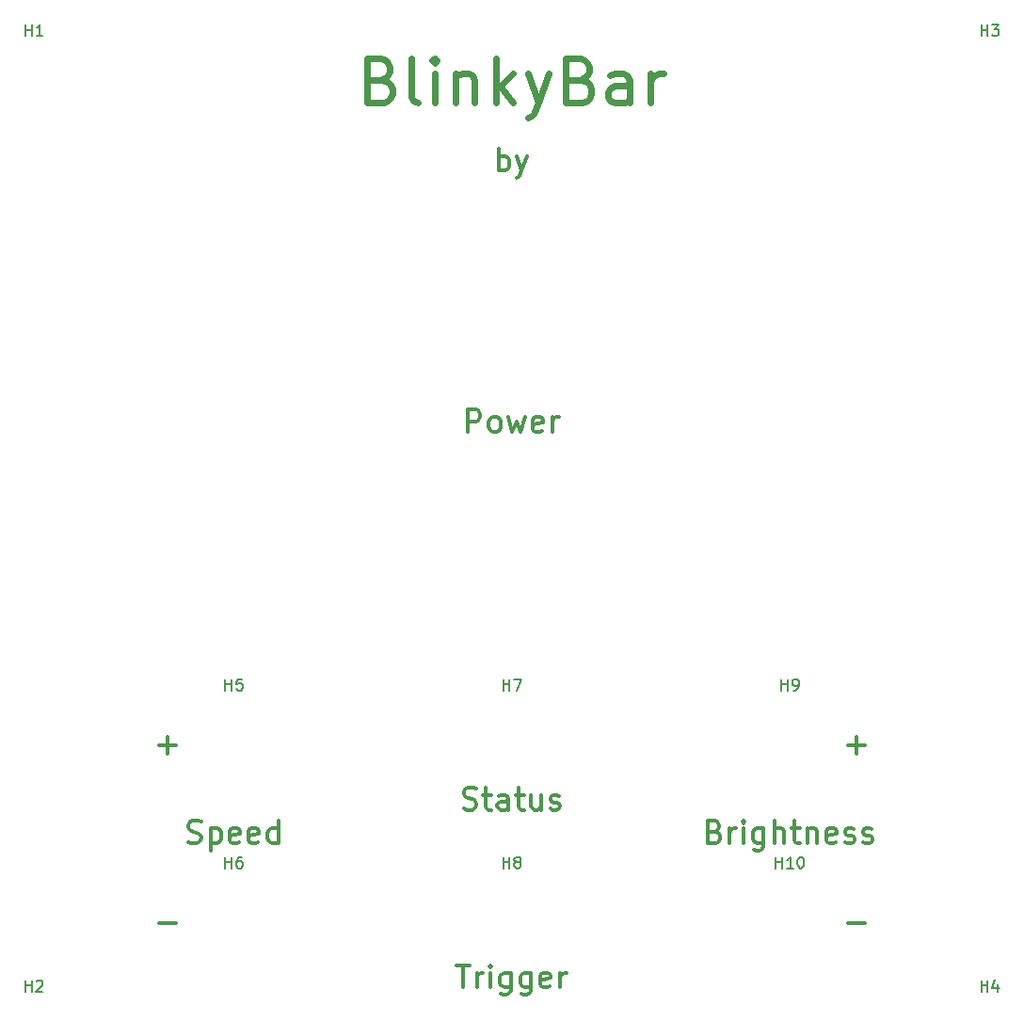
<source format=gto>
%TF.GenerationSoftware,KiCad,Pcbnew,5.1.10*%
%TF.CreationDate,2021-11-20T16:20:21+01:00*%
%TF.ProjectId,main_pcb_front,6d61696e-5f70-4636-925f-66726f6e742e,rev?*%
%TF.SameCoordinates,PX8d24d00PY5d75c80*%
%TF.FileFunction,Legend,Top*%
%TF.FilePolarity,Positive*%
%FSLAX46Y46*%
G04 Gerber Fmt 4.6, Leading zero omitted, Abs format (unit mm)*
G04 Created by KiCad (PCBNEW 5.1.10) date 2021-11-20 16:20:21*
%MOMM*%
%LPD*%
G01*
G04 APERTURE LIST*
%ADD10C,0.300000*%
%ADD11C,0.600000*%
%ADD12C,0.150000*%
G04 APERTURE END LIST*
D10*
X-3952381Y11095239D02*
X-3952381Y13095239D01*
X-3190477Y13095239D01*
X-3000000Y13000000D01*
X-2904762Y12904762D01*
X-2809524Y12714286D01*
X-2809524Y12428572D01*
X-2904762Y12238096D01*
X-3000000Y12142858D01*
X-3190477Y12047620D01*
X-3952381Y12047620D01*
X-1666667Y11095239D02*
X-1857143Y11190477D01*
X-1952381Y11285715D01*
X-2047620Y11476191D01*
X-2047620Y12047620D01*
X-1952381Y12238096D01*
X-1857143Y12333334D01*
X-1666667Y12428572D01*
X-1380953Y12428572D01*
X-1190477Y12333334D01*
X-1095239Y12238096D01*
X-1000000Y12047620D01*
X-1000000Y11476191D01*
X-1095239Y11285715D01*
X-1190477Y11190477D01*
X-1380953Y11095239D01*
X-1666667Y11095239D01*
X-333334Y12428572D02*
X47619Y11095239D01*
X428571Y12047620D01*
X809523Y11095239D01*
X1190476Y12428572D01*
X2714285Y11190477D02*
X2523809Y11095239D01*
X2142857Y11095239D01*
X1952380Y11190477D01*
X1857142Y11380953D01*
X1857142Y12142858D01*
X1952380Y12333334D01*
X2142857Y12428572D01*
X2523809Y12428572D01*
X2714285Y12333334D01*
X2809523Y12142858D01*
X2809523Y11952381D01*
X1857142Y11761905D01*
X3666666Y11095239D02*
X3666666Y12428572D01*
X3666666Y12047620D02*
X3761904Y12238096D01*
X3857142Y12333334D01*
X4047619Y12428572D01*
X4238095Y12428572D01*
X30238095Y-33142857D02*
X31761904Y-33142857D01*
X30238095Y-17142857D02*
X31761904Y-17142857D01*
X31000000Y-17904761D02*
X31000000Y-16380952D01*
X-31761905Y-33142857D02*
X-30238096Y-33142857D01*
X-31761905Y-17142857D02*
X-30238096Y-17142857D01*
X-31000000Y-17904761D02*
X-31000000Y-16380952D01*
X-4952381Y-36904761D02*
X-3809524Y-36904761D01*
X-4380953Y-38904761D02*
X-4380953Y-36904761D01*
X-3142858Y-38904761D02*
X-3142858Y-37571428D01*
X-3142858Y-37952380D02*
X-3047620Y-37761904D01*
X-2952381Y-37666666D01*
X-2761905Y-37571428D01*
X-2571429Y-37571428D01*
X-1904762Y-38904761D02*
X-1904762Y-37571428D01*
X-1904762Y-36904761D02*
X-2000000Y-37000000D01*
X-1904762Y-37095238D01*
X-1809524Y-37000000D01*
X-1904762Y-36904761D01*
X-1904762Y-37095238D01*
X-95239Y-37571428D02*
X-95239Y-39190476D01*
X-190477Y-39380952D01*
X-285715Y-39476190D01*
X-476191Y-39571428D01*
X-761905Y-39571428D01*
X-952381Y-39476190D01*
X-95239Y-38809523D02*
X-285715Y-38904761D01*
X-666667Y-38904761D01*
X-857143Y-38809523D01*
X-952381Y-38714285D01*
X-1047620Y-38523809D01*
X-1047620Y-37952380D01*
X-952381Y-37761904D01*
X-857143Y-37666666D01*
X-666667Y-37571428D01*
X-285715Y-37571428D01*
X-95239Y-37666666D01*
X1714285Y-37571428D02*
X1714285Y-39190476D01*
X1619047Y-39380952D01*
X1523809Y-39476190D01*
X1333333Y-39571428D01*
X1047619Y-39571428D01*
X857142Y-39476190D01*
X1714285Y-38809523D02*
X1523809Y-38904761D01*
X1142857Y-38904761D01*
X952380Y-38809523D01*
X857142Y-38714285D01*
X761904Y-38523809D01*
X761904Y-37952380D01*
X857142Y-37761904D01*
X952380Y-37666666D01*
X1142857Y-37571428D01*
X1523809Y-37571428D01*
X1714285Y-37666666D01*
X3428571Y-38809523D02*
X3238095Y-38904761D01*
X2857142Y-38904761D01*
X2666666Y-38809523D01*
X2571428Y-38619047D01*
X2571428Y-37857142D01*
X2666666Y-37666666D01*
X2857142Y-37571428D01*
X3238095Y-37571428D01*
X3428571Y-37666666D01*
X3523809Y-37857142D01*
X3523809Y-38047619D01*
X2571428Y-38238095D01*
X4380952Y-38904761D02*
X4380952Y-37571428D01*
X4380952Y-37952380D02*
X4476190Y-37761904D01*
X4571428Y-37666666D01*
X4761904Y-37571428D01*
X4952380Y-37571428D01*
X18285714Y-24857142D02*
X18571428Y-24952380D01*
X18666666Y-25047619D01*
X18761904Y-25238095D01*
X18761904Y-25523809D01*
X18666666Y-25714285D01*
X18571428Y-25809523D01*
X18380952Y-25904761D01*
X17619047Y-25904761D01*
X17619047Y-23904761D01*
X18285714Y-23904761D01*
X18476190Y-24000000D01*
X18571428Y-24095238D01*
X18666666Y-24285714D01*
X18666666Y-24476190D01*
X18571428Y-24666666D01*
X18476190Y-24761904D01*
X18285714Y-24857142D01*
X17619047Y-24857142D01*
X19619047Y-25904761D02*
X19619047Y-24571428D01*
X19619047Y-24952380D02*
X19714285Y-24761904D01*
X19809523Y-24666666D01*
X20000000Y-24571428D01*
X20190476Y-24571428D01*
X20857142Y-25904761D02*
X20857142Y-24571428D01*
X20857142Y-23904761D02*
X20761904Y-24000000D01*
X20857142Y-24095238D01*
X20952380Y-24000000D01*
X20857142Y-23904761D01*
X20857142Y-24095238D01*
X22666666Y-24571428D02*
X22666666Y-26190476D01*
X22571428Y-26380952D01*
X22476190Y-26476190D01*
X22285714Y-26571428D01*
X22000000Y-26571428D01*
X21809523Y-26476190D01*
X22666666Y-25809523D02*
X22476190Y-25904761D01*
X22095238Y-25904761D01*
X21904761Y-25809523D01*
X21809523Y-25714285D01*
X21714285Y-25523809D01*
X21714285Y-24952380D01*
X21809523Y-24761904D01*
X21904761Y-24666666D01*
X22095238Y-24571428D01*
X22476190Y-24571428D01*
X22666666Y-24666666D01*
X23619047Y-25904761D02*
X23619047Y-23904761D01*
X24476190Y-25904761D02*
X24476190Y-24857142D01*
X24380952Y-24666666D01*
X24190476Y-24571428D01*
X23904761Y-24571428D01*
X23714285Y-24666666D01*
X23619047Y-24761904D01*
X25142857Y-24571428D02*
X25904761Y-24571428D01*
X25428571Y-23904761D02*
X25428571Y-25619047D01*
X25523809Y-25809523D01*
X25714285Y-25904761D01*
X25904761Y-25904761D01*
X26571428Y-24571428D02*
X26571428Y-25904761D01*
X26571428Y-24761904D02*
X26666666Y-24666666D01*
X26857142Y-24571428D01*
X27142857Y-24571428D01*
X27333333Y-24666666D01*
X27428571Y-24857142D01*
X27428571Y-25904761D01*
X29142857Y-25809523D02*
X28952380Y-25904761D01*
X28571428Y-25904761D01*
X28380952Y-25809523D01*
X28285714Y-25619047D01*
X28285714Y-24857142D01*
X28380952Y-24666666D01*
X28571428Y-24571428D01*
X28952380Y-24571428D01*
X29142857Y-24666666D01*
X29238095Y-24857142D01*
X29238095Y-25047619D01*
X28285714Y-25238095D01*
X30000000Y-25809523D02*
X30190476Y-25904761D01*
X30571428Y-25904761D01*
X30761904Y-25809523D01*
X30857142Y-25619047D01*
X30857142Y-25523809D01*
X30761904Y-25333333D01*
X30571428Y-25238095D01*
X30285714Y-25238095D01*
X30095238Y-25142857D01*
X30000000Y-24952380D01*
X30000000Y-24857142D01*
X30095238Y-24666666D01*
X30285714Y-24571428D01*
X30571428Y-24571428D01*
X30761904Y-24666666D01*
X31619047Y-25809523D02*
X31809523Y-25904761D01*
X32190476Y-25904761D01*
X32380952Y-25809523D01*
X32476190Y-25619047D01*
X32476190Y-25523809D01*
X32380952Y-25333333D01*
X32190476Y-25238095D01*
X31904761Y-25238095D01*
X31714285Y-25142857D01*
X31619047Y-24952380D01*
X31619047Y-24857142D01*
X31714285Y-24666666D01*
X31904761Y-24571428D01*
X32190476Y-24571428D01*
X32380952Y-24666666D01*
X-4333334Y-22809523D02*
X-4047620Y-22904761D01*
X-3571429Y-22904761D01*
X-3380953Y-22809523D01*
X-3285715Y-22714285D01*
X-3190477Y-22523809D01*
X-3190477Y-22333333D01*
X-3285715Y-22142857D01*
X-3380953Y-22047619D01*
X-3571429Y-21952380D01*
X-3952381Y-21857142D01*
X-4142858Y-21761904D01*
X-4238096Y-21666666D01*
X-4333334Y-21476190D01*
X-4333334Y-21285714D01*
X-4238096Y-21095238D01*
X-4142858Y-21000000D01*
X-3952381Y-20904761D01*
X-3476191Y-20904761D01*
X-3190477Y-21000000D01*
X-2619048Y-21571428D02*
X-1857143Y-21571428D01*
X-2333334Y-20904761D02*
X-2333334Y-22619047D01*
X-2238096Y-22809523D01*
X-2047620Y-22904761D01*
X-1857143Y-22904761D01*
X-333334Y-22904761D02*
X-333334Y-21857142D01*
X-428572Y-21666666D01*
X-619048Y-21571428D01*
X-1000000Y-21571428D01*
X-1190477Y-21666666D01*
X-333334Y-22809523D02*
X-523810Y-22904761D01*
X-1000000Y-22904761D01*
X-1190477Y-22809523D01*
X-1285715Y-22619047D01*
X-1285715Y-22428571D01*
X-1190477Y-22238095D01*
X-1000000Y-22142857D01*
X-523810Y-22142857D01*
X-333334Y-22047619D01*
X333333Y-21571428D02*
X1095238Y-21571428D01*
X619047Y-20904761D02*
X619047Y-22619047D01*
X714285Y-22809523D01*
X904761Y-22904761D01*
X1095238Y-22904761D01*
X2619047Y-21571428D02*
X2619047Y-22904761D01*
X1761904Y-21571428D02*
X1761904Y-22619047D01*
X1857142Y-22809523D01*
X2047619Y-22904761D01*
X2333333Y-22904761D01*
X2523809Y-22809523D01*
X2619047Y-22714285D01*
X3476190Y-22809523D02*
X3666666Y-22904761D01*
X4047619Y-22904761D01*
X4238095Y-22809523D01*
X4333333Y-22619047D01*
X4333333Y-22523809D01*
X4238095Y-22333333D01*
X4047619Y-22238095D01*
X3761904Y-22238095D01*
X3571428Y-22142857D01*
X3476190Y-21952380D01*
X3476190Y-21857142D01*
X3571428Y-21666666D01*
X3761904Y-21571428D01*
X4047619Y-21571428D01*
X4238095Y-21666666D01*
X-29095239Y-25809523D02*
X-28809524Y-25904761D01*
X-28333334Y-25904761D01*
X-28142858Y-25809523D01*
X-28047620Y-25714285D01*
X-27952381Y-25523809D01*
X-27952381Y-25333333D01*
X-28047620Y-25142857D01*
X-28142858Y-25047619D01*
X-28333334Y-24952380D01*
X-28714286Y-24857142D01*
X-28904762Y-24761904D01*
X-29000000Y-24666666D01*
X-29095239Y-24476190D01*
X-29095239Y-24285714D01*
X-29000000Y-24095238D01*
X-28904762Y-24000000D01*
X-28714286Y-23904761D01*
X-28238096Y-23904761D01*
X-27952381Y-24000000D01*
X-27095239Y-24571428D02*
X-27095239Y-26571428D01*
X-27095239Y-24666666D02*
X-26904762Y-24571428D01*
X-26523810Y-24571428D01*
X-26333334Y-24666666D01*
X-26238096Y-24761904D01*
X-26142858Y-24952380D01*
X-26142858Y-25523809D01*
X-26238096Y-25714285D01*
X-26333334Y-25809523D01*
X-26523810Y-25904761D01*
X-26904762Y-25904761D01*
X-27095239Y-25809523D01*
X-24523810Y-25809523D02*
X-24714286Y-25904761D01*
X-25095239Y-25904761D01*
X-25285715Y-25809523D01*
X-25380953Y-25619047D01*
X-25380953Y-24857142D01*
X-25285715Y-24666666D01*
X-25095239Y-24571428D01*
X-24714286Y-24571428D01*
X-24523810Y-24666666D01*
X-24428572Y-24857142D01*
X-24428572Y-25047619D01*
X-25380953Y-25238095D01*
X-22809524Y-25809523D02*
X-23000000Y-25904761D01*
X-23380953Y-25904761D01*
X-23571429Y-25809523D01*
X-23666667Y-25619047D01*
X-23666667Y-24857142D01*
X-23571429Y-24666666D01*
X-23380953Y-24571428D01*
X-23000000Y-24571428D01*
X-22809524Y-24666666D01*
X-22714286Y-24857142D01*
X-22714286Y-25047619D01*
X-23666667Y-25238095D01*
X-21000000Y-25904761D02*
X-21000000Y-23904761D01*
X-21000000Y-25809523D02*
X-21190477Y-25904761D01*
X-21571429Y-25904761D01*
X-21761905Y-25809523D01*
X-21857143Y-25714285D01*
X-21952381Y-25523809D01*
X-21952381Y-24952380D01*
X-21857143Y-24761904D01*
X-21761905Y-24666666D01*
X-21571429Y-24571428D01*
X-21190477Y-24571428D01*
X-21000000Y-24666666D01*
X-1190477Y34595239D02*
X-1190477Y36595239D01*
X-1190477Y35833334D02*
X-1000000Y35928572D01*
X-619048Y35928572D01*
X-428572Y35833334D01*
X-333334Y35738096D01*
X-238096Y35547620D01*
X-238096Y34976191D01*
X-333334Y34785715D01*
X-428572Y34690477D01*
X-619048Y34595239D01*
X-1000000Y34595239D01*
X-1190477Y34690477D01*
X428571Y35928572D02*
X904761Y34595239D01*
X1380952Y35928572D02*
X904761Y34595239D01*
X714285Y34119048D01*
X619047Y34023810D01*
X428571Y33928572D01*
D11*
X-11714286Y42785715D02*
X-11142858Y42595239D01*
X-10952381Y42404762D01*
X-10761905Y42023810D01*
X-10761905Y41452381D01*
X-10952381Y41071429D01*
X-11142858Y40880953D01*
X-11523810Y40690477D01*
X-13047620Y40690477D01*
X-13047620Y44690477D01*
X-11714286Y44690477D01*
X-11333334Y44500000D01*
X-11142858Y44309524D01*
X-10952381Y43928572D01*
X-10952381Y43547620D01*
X-11142858Y43166667D01*
X-11333334Y42976191D01*
X-11714286Y42785715D01*
X-13047620Y42785715D01*
X-8476191Y40690477D02*
X-8857143Y40880953D01*
X-9047620Y41261905D01*
X-9047620Y44690477D01*
X-6952381Y40690477D02*
X-6952381Y43357143D01*
X-6952381Y44690477D02*
X-7142858Y44500000D01*
X-6952381Y44309524D01*
X-6761905Y44500000D01*
X-6952381Y44690477D01*
X-6952381Y44309524D01*
X-5047620Y43357143D02*
X-5047620Y40690477D01*
X-5047620Y42976191D02*
X-4857143Y43166667D01*
X-4476191Y43357143D01*
X-3904762Y43357143D01*
X-3523810Y43166667D01*
X-3333334Y42785715D01*
X-3333334Y40690477D01*
X-1428572Y40690477D02*
X-1428572Y44690477D01*
X-1047620Y42214286D02*
X95238Y40690477D01*
X95238Y43357143D02*
X-1428572Y41833334D01*
X1428571Y43357143D02*
X2380952Y40690477D01*
X3333333Y43357143D02*
X2380952Y40690477D01*
X2000000Y39738096D01*
X1809523Y39547620D01*
X1428571Y39357143D01*
X6190476Y42785715D02*
X6761904Y42595239D01*
X6952380Y42404762D01*
X7142857Y42023810D01*
X7142857Y41452381D01*
X6952380Y41071429D01*
X6761904Y40880953D01*
X6380952Y40690477D01*
X4857142Y40690477D01*
X4857142Y44690477D01*
X6190476Y44690477D01*
X6571428Y44500000D01*
X6761904Y44309524D01*
X6952380Y43928572D01*
X6952380Y43547620D01*
X6761904Y43166667D01*
X6571428Y42976191D01*
X6190476Y42785715D01*
X4857142Y42785715D01*
X10571428Y40690477D02*
X10571428Y42785715D01*
X10380952Y43166667D01*
X10000000Y43357143D01*
X9238095Y43357143D01*
X8857142Y43166667D01*
X10571428Y40880953D02*
X10190476Y40690477D01*
X9238095Y40690477D01*
X8857142Y40880953D01*
X8666666Y41261905D01*
X8666666Y41642858D01*
X8857142Y42023810D01*
X9238095Y42214286D01*
X10190476Y42214286D01*
X10571428Y42404762D01*
X12476190Y40690477D02*
X12476190Y43357143D01*
X12476190Y42595239D02*
X12666666Y42976191D01*
X12857142Y43166667D01*
X13238095Y43357143D01*
X13619047Y43357143D01*
%TO.C,H4*%
D12*
X42238095Y-39252380D02*
X42238095Y-38252380D01*
X42238095Y-38728571D02*
X42809523Y-38728571D01*
X42809523Y-39252380D02*
X42809523Y-38252380D01*
X43714285Y-38585714D02*
X43714285Y-39252380D01*
X43476190Y-38204761D02*
X43238095Y-38919047D01*
X43857142Y-38919047D01*
%TO.C,H3*%
X42238095Y46747620D02*
X42238095Y47747620D01*
X42238095Y47271429D02*
X42809523Y47271429D01*
X42809523Y46747620D02*
X42809523Y47747620D01*
X43190476Y47747620D02*
X43809523Y47747620D01*
X43476190Y47366667D01*
X43619047Y47366667D01*
X43714285Y47319048D01*
X43761904Y47271429D01*
X43809523Y47176191D01*
X43809523Y46938096D01*
X43761904Y46842858D01*
X43714285Y46795239D01*
X43619047Y46747620D01*
X43333333Y46747620D01*
X43238095Y46795239D01*
X43190476Y46842858D01*
%TO.C,H2*%
X-43761905Y-39252380D02*
X-43761905Y-38252380D01*
X-43761905Y-38728571D02*
X-43190477Y-38728571D01*
X-43190477Y-39252380D02*
X-43190477Y-38252380D01*
X-42761905Y-38347619D02*
X-42714286Y-38300000D01*
X-42619048Y-38252380D01*
X-42380953Y-38252380D01*
X-42285715Y-38300000D01*
X-42238096Y-38347619D01*
X-42190477Y-38442857D01*
X-42190477Y-38538095D01*
X-42238096Y-38680952D01*
X-42809524Y-39252380D01*
X-42190477Y-39252380D01*
%TO.C,H1*%
X-43761905Y46747620D02*
X-43761905Y47747620D01*
X-43761905Y47271429D02*
X-43190477Y47271429D01*
X-43190477Y46747620D02*
X-43190477Y47747620D01*
X-42190477Y46747620D02*
X-42761905Y46747620D01*
X-42476191Y46747620D02*
X-42476191Y47747620D01*
X-42571429Y47604762D01*
X-42666667Y47509524D01*
X-42761905Y47461905D01*
%TO.C,H10*%
X23761904Y-28152380D02*
X23761904Y-27152380D01*
X23761904Y-27628571D02*
X24333333Y-27628571D01*
X24333333Y-28152380D02*
X24333333Y-27152380D01*
X25333333Y-28152380D02*
X24761904Y-28152380D01*
X25047619Y-28152380D02*
X25047619Y-27152380D01*
X24952380Y-27295238D01*
X24857142Y-27390476D01*
X24761904Y-27438095D01*
X25952380Y-27152380D02*
X26047619Y-27152380D01*
X26142857Y-27200000D01*
X26190476Y-27247619D01*
X26238095Y-27342857D01*
X26285714Y-27533333D01*
X26285714Y-27771428D01*
X26238095Y-27961904D01*
X26190476Y-28057142D01*
X26142857Y-28104761D01*
X26047619Y-28152380D01*
X25952380Y-28152380D01*
X25857142Y-28104761D01*
X25809523Y-28057142D01*
X25761904Y-27961904D01*
X25714285Y-27771428D01*
X25714285Y-27533333D01*
X25761904Y-27342857D01*
X25809523Y-27247619D01*
X25857142Y-27200000D01*
X25952380Y-27152380D01*
%TO.C,H9*%
X24238095Y-12152380D02*
X24238095Y-11152380D01*
X24238095Y-11628571D02*
X24809523Y-11628571D01*
X24809523Y-12152380D02*
X24809523Y-11152380D01*
X25333333Y-12152380D02*
X25523809Y-12152380D01*
X25619047Y-12104761D01*
X25666666Y-12057142D01*
X25761904Y-11914285D01*
X25809523Y-11723809D01*
X25809523Y-11342857D01*
X25761904Y-11247619D01*
X25714285Y-11200000D01*
X25619047Y-11152380D01*
X25428571Y-11152380D01*
X25333333Y-11200000D01*
X25285714Y-11247619D01*
X25238095Y-11342857D01*
X25238095Y-11580952D01*
X25285714Y-11676190D01*
X25333333Y-11723809D01*
X25428571Y-11771428D01*
X25619047Y-11771428D01*
X25714285Y-11723809D01*
X25761904Y-11676190D01*
X25809523Y-11580952D01*
%TO.C,H8*%
X-761905Y-28152380D02*
X-761905Y-27152380D01*
X-761905Y-27628571D02*
X-190477Y-27628571D01*
X-190477Y-28152380D02*
X-190477Y-27152380D01*
X428571Y-27580952D02*
X333333Y-27533333D01*
X285714Y-27485714D01*
X238095Y-27390476D01*
X238095Y-27342857D01*
X285714Y-27247619D01*
X333333Y-27200000D01*
X428571Y-27152380D01*
X619047Y-27152380D01*
X714285Y-27200000D01*
X761904Y-27247619D01*
X809523Y-27342857D01*
X809523Y-27390476D01*
X761904Y-27485714D01*
X714285Y-27533333D01*
X619047Y-27580952D01*
X428571Y-27580952D01*
X333333Y-27628571D01*
X285714Y-27676190D01*
X238095Y-27771428D01*
X238095Y-27961904D01*
X285714Y-28057142D01*
X333333Y-28104761D01*
X428571Y-28152380D01*
X619047Y-28152380D01*
X714285Y-28104761D01*
X761904Y-28057142D01*
X809523Y-27961904D01*
X809523Y-27771428D01*
X761904Y-27676190D01*
X714285Y-27628571D01*
X619047Y-27580952D01*
%TO.C,H7*%
X-761905Y-12152380D02*
X-761905Y-11152380D01*
X-761905Y-11628571D02*
X-190477Y-11628571D01*
X-190477Y-12152380D02*
X-190477Y-11152380D01*
X190476Y-11152380D02*
X857142Y-11152380D01*
X428571Y-12152380D01*
%TO.C,H6*%
X-25761905Y-28152380D02*
X-25761905Y-27152380D01*
X-25761905Y-27628571D02*
X-25190477Y-27628571D01*
X-25190477Y-28152380D02*
X-25190477Y-27152380D01*
X-24285715Y-27152380D02*
X-24476191Y-27152380D01*
X-24571429Y-27200000D01*
X-24619048Y-27247619D01*
X-24714286Y-27390476D01*
X-24761905Y-27580952D01*
X-24761905Y-27961904D01*
X-24714286Y-28057142D01*
X-24666667Y-28104761D01*
X-24571429Y-28152380D01*
X-24380953Y-28152380D01*
X-24285715Y-28104761D01*
X-24238096Y-28057142D01*
X-24190477Y-27961904D01*
X-24190477Y-27723809D01*
X-24238096Y-27628571D01*
X-24285715Y-27580952D01*
X-24380953Y-27533333D01*
X-24571429Y-27533333D01*
X-24666667Y-27580952D01*
X-24714286Y-27628571D01*
X-24761905Y-27723809D01*
%TO.C,H5*%
X-25761905Y-12152380D02*
X-25761905Y-11152380D01*
X-25761905Y-11628571D02*
X-25190477Y-11628571D01*
X-25190477Y-12152380D02*
X-25190477Y-11152380D01*
X-24238096Y-11152380D02*
X-24714286Y-11152380D01*
X-24761905Y-11628571D01*
X-24714286Y-11580952D01*
X-24619048Y-11533333D01*
X-24380953Y-11533333D01*
X-24285715Y-11580952D01*
X-24238096Y-11628571D01*
X-24190477Y-11723809D01*
X-24190477Y-11961904D01*
X-24238096Y-12057142D01*
X-24285715Y-12104761D01*
X-24380953Y-12152380D01*
X-24619048Y-12152380D01*
X-24714286Y-12104761D01*
X-24761905Y-12057142D01*
%TD*%
M02*

</source>
